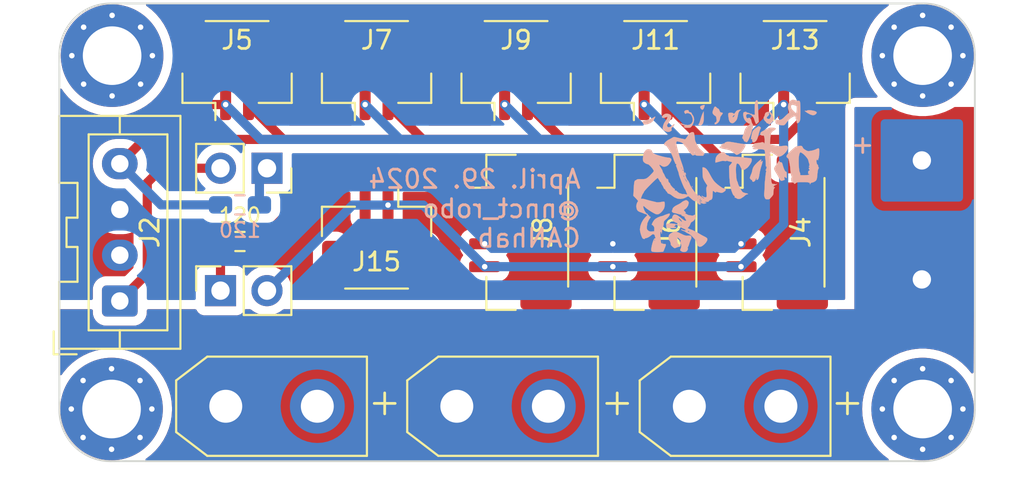
<source format=kicad_pcb>
(kicad_pcb (version 20221018) (generator pcbnew)
  (layers (0 "F.Cu" signal) (31 "B.Cu" signal) (34 "B.Paste" user) (35 "F.Paste" user) (36 "B.SilkS" user "B.Silkscreen") (37 "F.SilkS" user "F.Silkscreen") (38 "B.Mask" user) (39 "F.Mask" user) (44 "Edge.Cuts" user))
  (net 0 "")
  (net 1 "Net-(J1-Pin_1)")
  (net 2 "CAN_L")
  (net 3 "CAN_H")
  (net 4 "+5V")
  (net 5 "GND")
  (net 6 "+BATT")
  (net 7 "GNDPWR")
  (net 8 "Net-(J19-Pin_1)")
  (footprint "Connector_AMASS:AMASS_XT30UPB-M_1x02_P5.0mm_Vertical" (layer "F.Cu") (at 164.848 109.439)
    (fp_text reference "J22")
    (fp_text value "XT30")
    (fp_text user "+" (at 8.636 -0.272) (layer "F.SilkS") (effects (font (size 1.5 1.5))))
    (pad "1" thru_hole rect (at 0 0) (size 3 3) (drill 1.8) (layers "*.Cu" "*.Mask") (net 7 "GNDPWR"))
    (pad "2" thru_hole circle (at 5 0) (size 3 3) (drill 1.8) (layers "*.Cu" "*.Mask") (net 6 "+BATT"))
  )
  (footprint "Footprint_nishi:R_0603_1608" (layer "F.Cu") (at 140.3025 100.439 180)
    (fp_text reference "R1")
    (fp_text value "120" (at 0 1.43) (layer "F.SilkS") (effects (font (size 0.8 0.8) (thickness 0.12))))
    (pad "1" smd roundrect (at -1.0625 0 180) (size 1.275 0.95) (layers "F.Cu" "F.Paste" "F.Mask") (net 3 "CAN_H"))
    (pad "2" smd roundrect (at 1.0625 0 180) (size 1.275 0.95) (layers "F.Cu" "F.Paste" "F.Mask") (net 1 "Net-(J1-Pin_1)"))
  )
  (footprint "Connector_AMASS:AMASS_XT30UPB-M_1x02_P5.0mm_Vertical" (layer "F.Cu") (at 152.148 109.439)
    (fp_text reference "J21")
    (fp_text value "XT30")
    (fp_text user "+" (at 8.76 -0.272) (layer "F.SilkS") (effects (font (size 1.5 1.5))))
    (pad "1" thru_hole rect (at 0 0) (size 3 3) (drill 1.8) (layers "*.Cu" "*.Mask") (net 7 "GNDPWR"))
    (pad "2" thru_hole circle (at 5 0) (size 3 3) (drill 1.8) (layers "*.Cu" "*.Mask") (net 6 "+BATT"))
  )
  (footprint "Connector_JST:JST_GH_BM02B-GHS-TBT_1x02-1MP_P1.25mm_Vertical" (layer "F.Cu") (at 170.625 91.009)
    (fp_text reference "J13" (at 0 -1.57) (layer "F.SilkS"))
    (fp_text value "gh*2_5")
    (pad "1" smd roundrect (at -0.625 1.95) (size 0.6 1.7) (layers "F.Cu" "F.Paste" "F.Mask") (net 2 "CAN_L"))
    (pad "2" smd roundrect (at 0.625 1.95) (size 0.6 1.7) (layers "F.Cu" "F.Paste" "F.Mask") (net 3 "CAN_H"))
    (pad "MP" smd roundrect (at -2.475 -1.4) (size 1 2.8) (layers "F.Cu" "F.Paste" "F.Mask"))
    (pad "MP" smd roundrect (at 2.475 -1.4) (size 1 2.8) (layers "F.Cu" "F.Paste" "F.Mask"))
  )
  (footprint "Connector_JST:JST_GH_BM02B-GHS-TBT_1x02-1MP_P1.25mm_Vertical" (layer "F.Cu") (at 140.145 91.009)
    (fp_text reference "J5" (at 0 -1.57) (layer "F.SilkS"))
    (fp_text value "gh*2_1")
    (pad "1" smd roundrect (at -0.625 1.95) (size 0.6 1.7) (layers "F.Cu" "F.Paste" "F.Mask") (net 2 "CAN_L"))
    (pad "2" smd roundrect (at 0.625 1.95) (size 0.6 1.7) (layers "F.Cu" "F.Paste" "F.Mask") (net 3 "CAN_H"))
    (pad "MP" smd roundrect (at -2.475 -1.4) (size 1 2.8) (layers "F.Cu" "F.Paste" "F.Mask"))
    (pad "MP" smd roundrect (at 2.475 -1.4) (size 1 2.8) (layers "F.Cu" "F.Paste" "F.Mask"))
  )
  (footprint "watanabe_smy:mounting_hole" (layer "F.Cu") (at 133.29 109.589)
    (fp_text reference "REF**")
    (fp_text value "mounting_hole")
    (pad "~" thru_hole circle (at -2.2 0) (size 1 1) (drill 0.3) (layers "*.Cu" "*.Mask"))
    (pad "~" thru_hole circle (at -1.55563 -1.55563) (size 1 1) (drill 0.3) (layers "*.Cu" "*.Mask"))
    (pad "~" thru_hole circle (at -1.55563 1.55563) (size 1 1) (drill 0.3) (layers "*.Cu" "*.Mask"))
    (pad "~" thru_hole circle (at 0 -2.2) (size 1 1) (drill 0.3) (layers "*.Cu" "*.Mask"))
    (pad "~" thru_hole circle (at 0 0) (size 5.6 5.6) (drill 3.2) (layers "*.Cu" "*.Mask"))
    (pad "~" thru_hole circle (at 0 2.2) (size 1 1) (drill 0.3) (layers "*.Cu" "*.Mask"))
    (pad "~" thru_hole circle (at 1.55563 -1.55563) (size 1 1) (drill 0.3) (layers "*.Cu" "*.Mask"))
    (pad "~" thru_hole circle (at 1.55563 1.55563) (size 1 1) (drill 0.3) (layers "*.Cu" "*.Mask"))
    (pad "~" thru_hole circle (at 2.2 0) (size 1 1) (drill 0.3) (layers "*.Cu" "*.Mask"))
  )
  (footprint "Connector_JST:JST_GH_BM02B-GHS-TBT_1x02-1MP_P1.25mm_Vertical" (layer "F.Cu") (at 147.765 100.401 180)
    (fp_text reference "J15" (at 0 -1.146) (layer "F.SilkS"))
    (fp_text value "gh*2_6")
    (pad "1" smd roundrect (at -0.625 1.95 180) (size 0.6 1.7) (layers "F.Cu" "F.Paste" "F.Mask") (net 2 "CAN_L"))
    (pad "2" smd roundrect (at 0.625 1.95 180) (size 0.6 1.7) (layers "F.Cu" "F.Paste" "F.Mask") (net 3 "CAN_H"))
    (pad "MP" smd roundrect (at -2.475 -1.4 180) (size 1 2.8) (layers "F.Cu" "F.Paste" "F.Mask"))
    (pad "MP" smd roundrect (at 2.475 -1.4 180) (size 1 2.8) (layers "F.Cu" "F.Paste" "F.Mask"))
  )
  (footprint "Connector_JST:JST_GH_BM04B-GHS-TBT_1x04-1MP_P1.25mm_Vertical" (layer "F.Cu") (at 162.62 99.939 -90)
    (fp_text reference "J6" (at 0 -1.212 90) (layer "F.SilkS"))
    (fp_text value "gh*4_2")
    (pad "1" smd roundrect (at -1.875 1.95 270) (size 0.6 1.7) (layers "F.Cu" "F.Paste" "F.Mask") (net 3 "CAN_H"))
    (pad "2" smd roundrect (at -0.625 1.95 270) (size 0.6 1.7) (layers "F.Cu" "F.Paste" "F.Mask") (net 4 "+5V"))
    (pad "3" smd roundrect (at 0.625 1.95 270) (size 0.6 1.7) (layers "F.Cu" "F.Paste" "F.Mask") (net 5 "GND"))
    (pad "4" smd roundrect (at 1.875 1.95 270) (size 0.6 1.7) (layers "F.Cu" "F.Paste" "F.Mask") (net 2 "CAN_L"))
    (pad "MP" smd roundrect (at -3.725 -1.4 270) (size 1 2.8) (layers "F.Cu" "F.Paste" "F.Mask"))
    (pad "MP" smd roundrect (at 3.725 -1.4 270) (size 1 2.8) (layers "F.Cu" "F.Paste" "F.Mask"))
  )
  (footprint "Connector_JST:JST_GH_BM02B-GHS-TBT_1x02-1MP_P1.25mm_Vertical" (layer "F.Cu") (at 163.005 91.009)
    (fp_text reference "J11" (at 0 -1.57) (layer "F.SilkS"))
    (fp_text value "gh*2_4")
    (pad "1" smd roundrect (at -0.625 1.95) (size 0.6 1.7) (layers "F.Cu" "F.Paste" "F.Mask") (net 2 "CAN_L"))
    (pad "2" smd roundrect (at 0.625 1.95) (size 0.6 1.7) (layers "F.Cu" "F.Paste" "F.Mask") (net 3 "CAN_H"))
    (pad "MP" smd roundrect (at -2.475 -1.4) (size 1 2.8) (layers "F.Cu" "F.Paste" "F.Mask"))
    (pad "MP" smd roundrect (at 2.475 -1.4) (size 1 2.8) (layers "F.Cu" "F.Paste" "F.Mask"))
  )
  (footprint "Connector_JST:JST_GH_BM04B-GHS-TBT_1x04-1MP_P1.25mm_Vertical" (layer "F.Cu") (at 169.62 99.939 -90)
    (fp_text reference "J4" (at 0 -1.324 90) (layer "F.SilkS"))
    (fp_text value "gh*4_1")
    (pad "1" smd roundrect (at -1.875 1.95 270) (size 0.6 1.7) (layers "F.Cu" "F.Paste" "F.Mask") (net 3 "CAN_H"))
    (pad "2" smd roundrect (at -0.625 1.95 270) (size 0.6 1.7) (layers "F.Cu" "F.Paste" "F.Mask") (net 4 "+5V"))
    (pad "3" smd roundrect (at 0.625 1.95 270) (size 0.6 1.7) (layers "F.Cu" "F.Paste" "F.Mask") (net 5 "GND"))
    (pad "4" smd roundrect (at 1.875 1.95 270) (size 0.6 1.7) (layers "F.Cu" "F.Paste" "F.Mask") (net 2 "CAN_L"))
    (pad "MP" smd roundrect (at -3.725 -1.4 270) (size 1 2.8) (layers "F.Cu" "F.Paste" "F.Mask"))
    (pad "MP" smd roundrect (at 3.725 -1.4 270) (size 1 2.8) (layers "F.Cu" "F.Paste" "F.Mask"))
  )
  (footprint "watanabe_smy:mounting_hole" (layer "F.Cu") (at 177.59 90.289)
    (fp_text reference "REF**")
    (fp_text value "mounting_hole")
    (pad "~" thru_hole circle (at -2.2 0) (size 1 1) (drill 0.3) (layers "*.Cu" "*.Mask"))
    (pad "~" thru_hole circle (at -1.55563 -1.55563) (size 1 1) (drill 0.3) (layers "*.Cu" "*.Mask"))
    (pad "~" thru_hole circle (at -1.55563 1.55563) (size 1 1) (drill 0.3) (layers "*.Cu" "*.Mask"))
    (pad "~" thru_hole circle (at 0 -2.2) (size 1 1) (drill 0.3) (layers "*.Cu" "*.Mask"))
    (pad "~" thru_hole circle (at 0 0) (size 5.6 5.6) (drill 3.2) (layers "*.Cu" "*.Mask"))
    (pad "~" thru_hole circle (at 0 2.2) (size 1 1) (drill 0.3) (layers "*.Cu" "*.Mask"))
    (pad "~" thru_hole circle (at 1.55563 -1.55563) (size 1 1) (drill 0.3) (layers "*.Cu" "*.Mask"))
    (pad "~" thru_hole circle (at 1.55563 1.55563) (size 1 1) (drill 0.3) (layers "*.Cu" "*.Mask"))
    (pad "~" thru_hole circle (at 2.2 0) (size 1 1) (drill 0.3) (layers "*.Cu" "*.Mask"))
  )
  (footprint "Connector_AMASS:AMASS_XT30UPB-M_1x02_P5.0mm_Vertical" (layer "F.Cu") (at 139.528 109.439)
    (fp_text reference "J20")
    (fp_text value "XT30")
    (fp_text user "+" (at 8.68 -0.272) (layer "F.SilkS") (effects (font (size 1.5 1.5))))
    (pad "1" thru_hole rect (at 0 0) (size 3 3) (drill 1.8) (layers "*.Cu" "*.Mask") (net 7 "GNDPWR"))
    (pad "2" thru_hole circle (at 5 0) (size 3 3) (drill 1.8) (layers "*.Cu" "*.Mask") (net 6 "+BATT"))
  )
  (footprint "Connector_PinSocket_2.54mm:PinSocket_1x02_P2.54mm_Vertical" (layer "F.Cu") (at 139.24 103.124 90)
    (fp_text reference "J1")
    (fp_text value "Terminate")
    (pad "1" thru_hole rect (at 0 0 90) (size 1.7 1.7) (drill 1) (layers "*.Cu" "*.Mask") (net 1 "Net-(J1-Pin_1)"))
    (pad "2" thru_hole oval (at 0 2.54 90) (size 1.7 1.7) (drill 1) (layers "*.Cu" "*.Mask") (net 2 "CAN_L"))
  )
  (footprint "Connector_JST:JST_XA_B04B-XASK-1_1x04_P2.50mm_Vertical" (layer "F.Cu") (at 133.74 103.689 90)
    (fp_text reference "J2" (at 3.75 1.644 90) (layer "F.SilkS"))
    (fp_text value "xh")
    (pad "1" thru_hole roundrect (at 0 0 90) (size 1.7 1.95) (drill 0.95) (layers "*.Cu" "*.Mask") (roundrect_rratio 0.1470588235) (net 3 "CAN_H"))
    (pad "2" thru_hole oval (at 2.5 0 90) (size 1.7 1.95) (drill 0.95) (layers "*.Cu" "*.Mask") (net 4 "+5V"))
    (pad "3" thru_hole oval (at 5 0 90) (size 1.7 1.95) (drill 0.95) (layers "*.Cu" "*.Mask") (net 5 "GND"))
    (pad "4" thru_hole oval (at 7.5 0 90) (size 1.7 1.95) (drill 0.95) (layers "*.Cu" "*.Mask") (net 2 "CAN_L"))
  )
  (footprint "watanabe_smy:mounting_hole" (layer "F.Cu") (at 177.59 109.589)
    (fp_text reference "REF**")
    (fp_text value "mounting_hole")
    (pad "~" thru_hole circle (at -2.2 0) (size 1 1) (drill 0.3) (layers "*.Cu" "*.Mask"))
    (pad "~" thru_hole circle (at -1.55563 -1.55563) (size 1 1) (drill 0.3) (layers "*.Cu" "*.Mask"))
    (pad "~" thru_hole circle (at -1.55563 1.55563) (size 1 1) (drill 0.3) (layers "*.Cu" "*.Mask"))
    (pad "~" thru_hole circle (at 0 -2.2) (size 1 1) (drill 0.3) (layers "*.Cu" "*.Mask"))
    (pad "~" thru_hole circle (at 0 0) (size 5.6 5.6) (drill 3.2) (layers "*.Cu" "*.Mask"))
    (pad "~" thru_hole circle (at 0 2.2) (size 1 1) (drill 0.3) (layers "*.Cu" "*.Mask"))
    (pad "~" thru_hole circle (at 1.55563 -1.55563) (size 1 1) (drill 0.3) (layers "*.Cu" "*.Mask"))
    (pad "~" thru_hole circle (at 1.55563 1.55563) (size 1 1) (drill 0.3) (layers "*.Cu" "*.Mask"))
    (pad "~" thru_hole circle (at 2.2 0) (size 1 1) (drill 0.3) (layers "*.Cu" "*.Mask"))
  )
  (footprint "watanabe_smy:mounting_hole" (layer "F.Cu") (at 133.32 90.289)
    (fp_text reference "REF**")
    (fp_text value "mounting_hole")
    (pad "~" thru_hole circle (at -2.2 0) (size 1 1) (drill 0.3) (layers "*.Cu" "*.Mask"))
    (pad "~" thru_hole circle (at -1.55563 -1.55563) (size 1 1) (drill 0.3) (layers "*.Cu" "*.Mask"))
    (pad "~" thru_hole circle (at -1.55563 1.55563) (size 1 1) (drill 0.3) (layers "*.Cu" "*.Mask"))
    (pad "~" thru_hole circle (at 0 -2.2) (size 1 1) (drill 0.3) (layers "*.Cu" "*.Mask"))
    (pad "~" thru_hole circle (at 0 0) (size 5.6 5.6) (drill 3.2) (layers "*.Cu" "*.Mask"))
    (pad "~" thru_hole circle (at 0 2.2) (size 1 1) (drill 0.3) (layers "*.Cu" "*.Mask"))
    (pad "~" thru_hole circle (at 1.55563 -1.55563) (size 1 1) (drill 0.3) (layers "*.Cu" "*.Mask"))
    (pad "~" thru_hole circle (at 1.55563 1.55563) (size 1 1) (drill 0.3) (layers "*.Cu" "*.Mask"))
    (pad "~" thru_hole circle (at 2.2 0) (size 1 1) (drill 0.3) (layers "*.Cu" "*.Mask"))
  )
  (footprint "Connector_PinSocket_2.54mm:PinSocket_1x02_P2.54mm_Vertical" (layer "F.Cu") (at 141.78 96.439 -90)
    (fp_text reference "J19")
    (fp_text value "Terminate")
    (pad "1" thru_hole rect (at 0 0 270) (size 1.7 1.7) (drill 1) (layers "*.Cu" "*.Mask") (net 8 "Net-(J19-Pin_1)"))
    (pad "2" thru_hole oval (at 0 2.54 270) (size 1.7 1.7) (drill 1) (layers "*.Cu" "*.Mask") (net 3 "CAN_H"))
  )
  (footprint "Connector_JST:JST_GH_BM04B-GHS-TBT_1x04-1MP_P1.25mm_Vertical" (layer "F.Cu") (at 155.62 99.939 -90)
    (fp_text reference "J8" (at 0 -1.212 90) (layer "F.SilkS"))
    (fp_text value "gh*4_3")
    (pad "1" smd roundrect (at -1.875 1.95 270) (size 0.6 1.7) (layers "F.Cu" "F.Paste" "F.Mask") (net 3 "CAN_H"))
    (pad "2" smd roundrect (at -0.625 1.95 270) (size 0.6 1.7) (layers "F.Cu" "F.Paste" "F.Mask") (net 4 "+5V"))
    (pad "3" smd roundrect (at 0.625 1.95 270) (size 0.6 1.7) (layers "F.Cu" "F.Paste" "F.Mask") (net 5 "GND"))
    (pad "4" smd roundrect (at 1.875 1.95 270) (size 0.6 1.7) (layers "F.Cu" "F.Paste" "F.Mask") (net 2 "CAN_L"))
    (pad "MP" smd roundrect (at -3.725 -1.4 270) (size 1 2.8) (layers "F.Cu" "F.Paste" "F.Mask"))
    (pad "MP" smd roundrect (at 3.725 -1.4 270) (size 1 2.8) (layers "F.Cu" "F.Paste" "F.Mask"))
  )
  (footprint "Connector_JST:JST_GH_BM02B-GHS-TBT_1x02-1MP_P1.25mm_Vertical" (layer "F.Cu") (at 155.385 91.009)
    (fp_text reference "J9" (at 0 -1.57) (layer "F.SilkS"))
    (fp_text value "gh*2_3")
    (pad "1" smd roundrect (at -0.625 1.95) (size 0.6 1.7) (layers "F.Cu" "F.Paste" "F.Mask") (net 2 "CAN_L"))
    (pad "2" smd roundrect (at 0.625 1.95) (size 0.6 1.7) (layers "F.Cu" "F.Paste" "F.Mask") (net 3 "CAN_H"))
    (pad "MP" smd roundrect (at -2.475 -1.4) (size 1 2.8) (layers "F.Cu" "F.Paste" "F.Mask"))
    (pad "MP" smd roundrect (at 2.475 -1.4) (size 1 2.8) (layers "F.Cu" "F.Paste" "F.Mask"))
  )
  (footprint "Connector_JST:JST_GH_BM02B-GHS-TBT_1x02-1MP_P1.25mm_Vertical" (layer "F.Cu") (at 147.765 91.009)
    (fp_text reference "J7" (at 0 -1.57) (layer "F.SilkS"))
    (fp_text value "gh*2_2")
    (pad "1" smd roundrect (at -0.625 1.95) (size 0.6 1.7) (layers "F.Cu" "F.Paste" "F.Mask") (net 2 "CAN_L"))
    (pad "2" smd roundrect (at 0.625 1.95) (size 0.6 1.7) (layers "F.Cu" "F.Paste" "F.Mask") (net 3 "CAN_H"))
    (pad "MP" smd roundrect (at -2.475 -1.4) (size 1 2.8) (layers "F.Cu" "F.Paste" "F.Mask"))
    (pad "MP" smd roundrect (at 2.475 -1.4) (size 1 2.8) (layers "F.Cu" "F.Paste" "F.Mask"))
  )
  (footprint "Footprint_nishi:R_0603_1608" (layer "B.Cu") (at 140.3025 98.439)
    (fp_text reference "R4")
    (fp_text value "120" (at 0 1.383) (layer "B.SilkS") (effects (font (size 0.8 0.8) (thickness 0.12)) (justify mirror)))
    (pad "1" smd roundrect (at -1.0625 0) (size 1.275 0.95) (layers "B.Cu" "B.Paste" "B.Mask") (net 2 "CAN_L"))
    (pad "2" smd roundrect (at 1.0625 0) (size 1.275 0.95) (layers "B.Cu" "B.Paste" "B.Mask") (net 8 "Net-(J19-Pin_1)"))
  )
  (footprint "NagaokaFootprint2023:POWER_PAD_normal" (layer "B.Cu") (at 177.548 99.261 90)
    (fp_text reference "+" (at 4.064 -3.302 90) (layer "B.SilkS") (effects (justify mirror)))
    (fp_text value "XT30")
    (pad "1" thru_hole circle (at -3.25 0 90) (size 1.6 1.6) (drill 1) (layers "*.Cu" "*.Mask") (net 7 "GNDPWR"))
    (pad "1" smd roundrect (at -3.25 0 90) (size 4.5 4.5) (layers "B.Cu" "B.Paste" "B.Mask") (roundrect_rratio 0.05) (net 7 "GNDPWR"))
    (pad "2" thru_hole circle (at 3.25 0 90) (size 1.6 1.6) (drill 1) (layers "*.Cu" "*.Mask") (net 6 "+BATT"))
    (pad "2" smd roundrect (at 3.25 0 90) (size 4.5 4.5) (layers "B.Cu" "B.Paste" "B.Mask") (roundrect_rratio 0.05) (net 6 "+BATT"))
  )
  (footprint "Footprint_Monkey:RoboticsClub_logo_small" (layer "B.Cu") (at 166.878 96.774 180)
    (fp_text reference "G***" hide)
    (fp_text value "LOGO" hide)
  )
  (gr_line (start 130.44 109.639) (end 130.44 90.239) (stroke (width 0.1)) (layer "Edge.Cuts"))
  (gr_line (start 180.44 90.239) (end 180.44 109.639) (stroke (width 0.1)) (layer "Edge.Cuts"))
  (gr_line (start 133.24 87.439) (end 177.64 87.439) (stroke (width 0.1)) (layer "Edge.Cuts"))
  (gr_arc (start 130.44 90.239) (mid 131.260101 88.259101) (end 133.24 87.439) (stroke (width 0.1)) (layer "Edge.Cuts"))
  (gr_line (start 177.64 112.439) (end 133.24 112.439) (stroke (width 0.1)) (layer "Edge.Cuts"))
  (gr_arc (start 180.44 109.639) (mid 179.619899 111.618899) (end 177.64 112.439) (stroke (width 0.1)) (layer "Edge.Cuts"))
  (gr_arc (start 133.24 112.439) (mid 131.260101 111.618899) (end 130.44 109.639) (stroke (width 0.1)) (layer "Edge.Cuts"))
  (gr_arc (start 177.64 87.439) (mid 179.619899 88.259101) (end 180.44 90.239) (stroke (width 0.1)) (layer "Edge.Cuts"))
  (gr_text "April. 29. 2024\n@nnct_robo\nCANhab" (at 159.004 100.838) (layer "B.SilkS") (effects (font (size 1 1)) (justify left bottom mirror)))
  (segment (start 139.24 100.439) (end 139.24 103.124) (width 0.5) (layer "F.Cu") (net 1))
  (segment (start 133.74 96.189) (end 136.97 92.959) (width 0.5) (layer "F.Cu") (net 2))
  (segment (start 136.97 92.959) (end 139.52 92.959) (width 0.5) (layer "F.Cu") (net 2))
  (via (at 153.67 101.814) (size 0.5) (drill 0.3) (layers "F.Cu" "B.Cu") (net 2))
  (via (at 170 92.959) (size 0.5) (drill 0.3) (layers "F.Cu" "B.Cu") (net 2))
  (via (at 147.14 92.959) (size 0.5) (drill 0.3) (layers "F.Cu" "B.Cu") (net 2))
  (via (at 160.67 101.814) (size 0.5) (drill 0.3) (layers "F.Cu" "B.Cu") (net 2))
  (via (at 148.39 98.451) (size 0.5) (drill 0.3) (layers "F.Cu" "B.Cu") (net 2))
  (via (at 139.52 92.959) (size 0.5) (drill 0.3) (layers "F.Cu" "B.Cu") (net 2))
  (via (at 162.38 92.959) (size 0.5) (drill 0.3) (layers "F.Cu" "B.Cu") (net 2))
  (via (at 154.76 92.959) (size 0.5) (drill 0.3) (layers "F.Cu" "B.Cu") (net 2))
  (via (at 167.67 101.814) (size 0.5) (drill 0.3) (layers "F.Cu" "B.Cu") (net 2))
  (segment (start 164.285 94.864) (end 156.665 94.864) (width 0.5) (layer "B.Cu") (net 2))
  (segment (start 150.307 98.451) (end 153.67 101.814) (width 0.5) (layer "B.Cu") (net 2))
  (segment (start 139.52 92.959) (end 141.425 94.864) (width 0.5) (layer "B.Cu") (net 2))
  (segment (start 170 92.959) (end 168.095 94.864) (width 0.5) (layer "B.Cu") (net 2))
  (segment (start 170 99.484) (end 170 92.959) (width 0.5) (layer "B.Cu") (net 2))
  (segment (start 148.39 98.451) (end 150.307 98.451) (width 0.5) (layer "B.Cu") (net 2))
  (segment (start 167.67 101.814) (end 170 99.484) (width 0.5) (layer "B.Cu") (net 2))
  (segment (start 147.14 92.959) (end 149.045 94.864) (width 0.5) (layer "B.Cu") (net 2))
  (segment (start 141.78 103.124) (end 146.453 98.451) (width 0.5) (layer "B.Cu") (net 2))
  (segment (start 139.24 98.439) (end 135.99 98.439) (width 0.5) (layer "B.Cu") (net 2))
  (segment (start 156.665 94.864) (end 149.045 94.864) (width 0.5) (layer "B.Cu") (net 2))
  (segment (start 168.095 94.864) (end 164.285 94.864) (width 0.5) (layer "B.Cu") (net 2))
  (segment (start 135.99 98.439) (end 133.74 96.189) (width 0.5) (layer "B.Cu") (net 2))
  (segment (start 162.38 92.959) (end 164.285 94.864) (width 0.5) (layer "B.Cu") (net 2))
  (segment (start 154.76 92.959) (end 156.665 94.864) (width 0.5) (layer "B.Cu") (net 2))
  (segment (start 167.67 101.814) (end 160.67 101.814) (width 0.5) (layer "B.Cu") (net 2))
  (segment (start 146.453 98.451) (end 148.39 98.451) (width 0.5) (layer "B.Cu") (net 2))
  (segment (start 160.67 101.814) (end 153.67 101.814) (width 0.5) (layer "B.Cu") (net 2))
  (segment (start 149.045 94.864) (end 141.425 94.864) (width 0.5) (layer "B.Cu") (net 2))
  (segment (start 147.14 97.665) (end 147.83 96.975) (width 0.5) (layer "F.Cu") (net 3))
  (segment (start 141.365 100.439) (end 144.829 96.975) (width 0.5) (layer "F.Cu") (net 3))
  (segment (start 139.24 96.439) (end 136.0275 96.439) (width 0.5) (layer "F.Cu") (net 3))
  (segment (start 167.67 96.999) (end 167.67 98.064) (width 0.5) (layer "F.Cu") (net 3))
  (segment (start 160.67 98.064) (end 153.67 98.064) (width 0.5) (layer "F.Cu") (net 3))
  (segment (start 152.581 96.975) (end 153.67 98.064) (width 0.5) (layer "F.Cu") (net 3))
  (segment (start 137.6025 94.864) (end 135.24 97.2265) (width 0.5) (layer "F.Cu") (net 3))
  (segment (start 147.83 96.975) (end 152.581 96.975) (width 0.5) (layer "F.Cu") (net 3))
  (segment (start 171.25 93.621) (end 171.25 92.959) (width 0.5) (layer "F.Cu") (net 3))
  (segment (start 156.01 92.959) (end 157.915 94.864) (width 0.5) (layer "F.Cu") (net 3))
  (segment (start 160.67 98.064) (end 167.67 98.064) (width 0.5) (layer "F.Cu") (net 3))
  (segment (start 135.24 102.189) (end 133.74 103.689) (width 0.5) (layer "F.Cu") (net 3))
  (segment (start 135.24 97.2265) (end 135.24 102.189) (width 0.5) (layer "F.Cu") (net 3))
  (segment (start 140.77 92.959) (end 142.675 94.864) (width 0.5) (layer "F.Cu") (net 3))
  (segment (start 147.14 98.451) (end 147.14 97.665) (width 0.5) (layer "F.Cu") (net 3))
  (segment (start 148.39 92.959) (end 150.295 94.864) (width 0.5) (layer "F.Cu") (net 3))
  (segment (start 163.63 92.959) (end 167.67 96.999) (width 0.5) (layer "F.Cu") (net 3))
  (segment (start 144.829 96.975) (end 147.83 96.975) (width 0.5) (layer "F.Cu") (net 3))
  (segment (start 142.675 94.864) (end 137.6025 94.864) (width 0.5) (layer "F.Cu") (net 3))
  (segment (start 142.675 94.864) (end 170.007 94.864) (width 0.5) (layer "F.Cu") (net 3))
  (segment (start 170.007 94.864) (end 171.25 93.621) (width 0.5) (layer "F.Cu") (net 3))
  (via (at 167.67 100.564) (size 0.5) (drill 0.3) (layers "F.Cu" "B.Cu") (net 5))
  (via (at 160.67 100.564) (size 0.5) (drill 0.3) (layers "F.Cu" "B.Cu") (net 5))
  (via (at 153.67 100.564) (size 0.5) (drill 0.3) (layers "F.Cu" "B.Cu") (net 5))
  (segment (start 141.78 96.439) (end 141.365 96.854) (width 0.5) (layer "B.Cu") (net 8))
  (segment (start 141.365 96.854) (end 141.365 98.439) (width 0.5) (layer "B.Cu") (net 8))
  (zone (net 6) (net_name "+BATT") (layer "F.Cu") (priority 1) (connect_pads yes (clearance 0.5)) (min_thickness 0.15) (fill yes (thermal_gap 0.5) (thermal_bridge_width 0.5))
    (polygon (pts (xy 130.429 104.14) (xy 130.429 112.522) (xy 180.34 112.522) (xy 180.467 93.091) (xy 180.467 93.091) (xy 173.863 93.091) (xy 173.863 104.14)))
  )
  (zone (net 4) (net_name "+5V") (layer "F.Cu") (connect_pads yes (clearance 0.5)) (min_thickness 0.15) (fill yes (thermal_gap 0.5) (thermal_bridge_width 0.5))
    (polygon (pts (xy 130.429 87.249) (xy 130.429 104.14) (xy 173.863 104.14) (xy 173.863 93.091) (xy 180.467 93.091) (xy 180.467 87.249)))
  )
  (zone (net 5) (net_name "GND") (layer "B.Cu") (connect_pads yes (clearance 0.5)) (min_thickness 0.15) (fill yes (thermal_gap 0.5) (thermal_bridge_width 0.5))
    (polygon (pts (xy 130.429 87.249) (xy 130.429 104.14) (xy 173.863 104.14) (xy 173.863 93.091) (xy 180.467 93.091) (xy 180.467 87.249)))
  )
  (zone (net 7) (net_name "GNDPWR") (layer "B.Cu") (priority 1) (connect_pads yes (clearance 0.5)) (min_thickness 0.15) (fill yes (thermal_gap 0.5) (thermal_bridge_width 0.5))
    (polygon (pts (xy 130.429 104.14) (xy 130.429 112.522) (xy 180.34 112.522) (xy 180.467 93.091) (xy 180.467 93.091) (xy 173.863 93.091) (xy 173.863 104.14)))
  )
)
</source>
